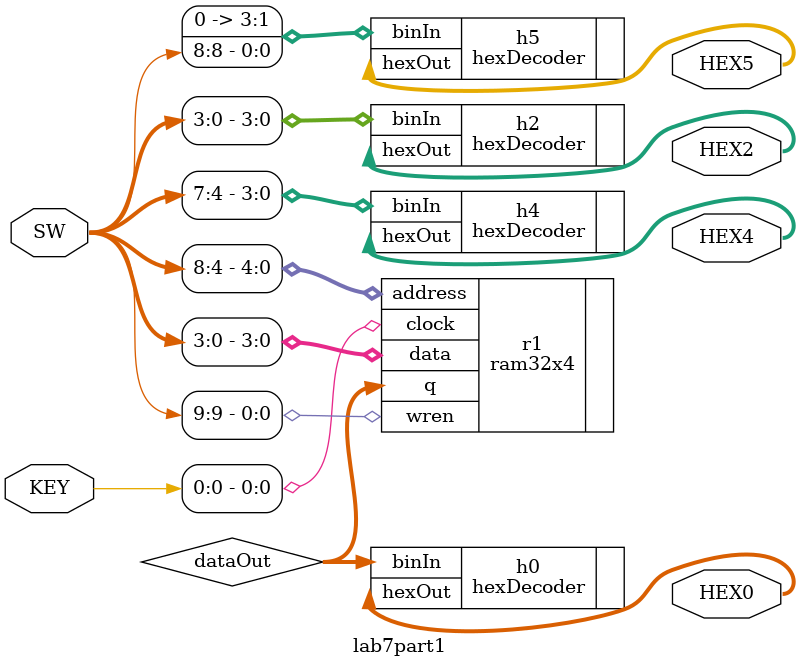
<source format=v>
module lab7part1 (SW, KEY, HEX0, HEX2, HEX4, HEX5);
	input [9:0] SW; 
	input [3:0] KEY; 
	output [6:0] HEX0, HEX2, HEX4, HEX5;
	
	wire[3:0] dataOut; 
	
	ram32x4 r1(.data(SW[3:0]), .address(SW[8:4]), .wren(SW[9]), .clock(KEY[0]), .q(dataOut)); 
	
	hexDecoder h0(.binIn(dataOut), .hexOut(HEX0)); 
	hexDecoder h2(.binIn(SW[3:0]), .hexOut(HEX2)); 
	hexDecoder h4(.binIn(SW[7:4]), .hexOut(HEX4)); 
	hexDecoder h5(.binIn({3'b0, SW[8]}), .hexOut(HEX5)); 
endmodule 
</source>
